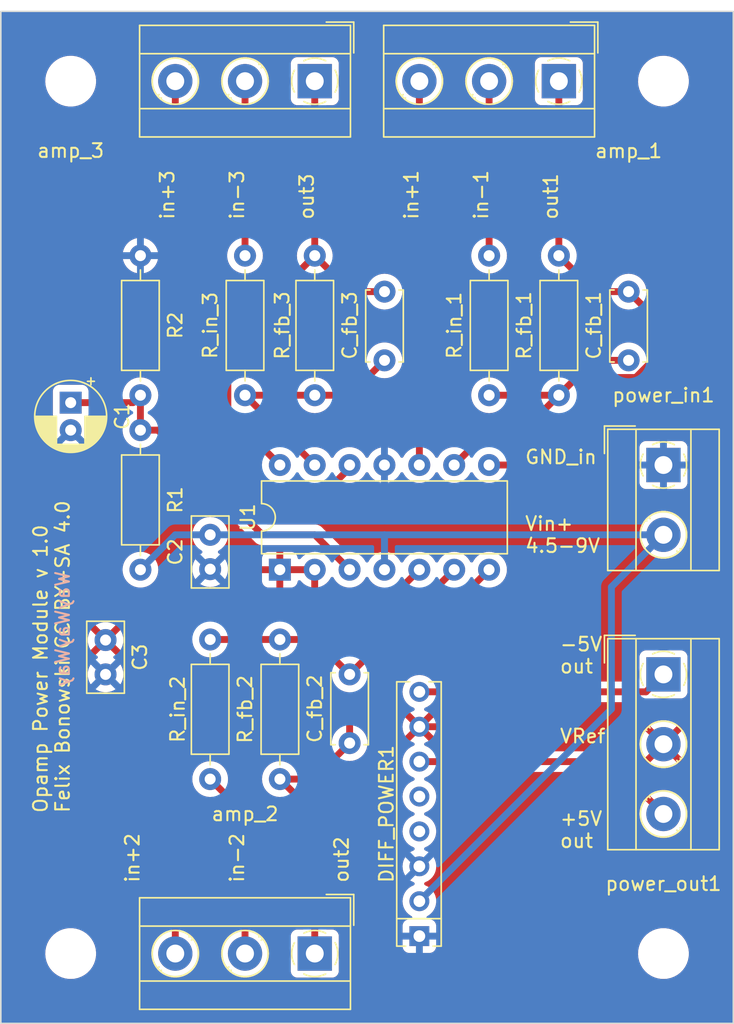
<source format=kicad_pcb>
(kicad_pcb (version 20221018) (generator pcbnew)
  (layers (0 "F.Cu" signal) (31 "B.Cu" signal) (34 "B.Paste" user) (35 "F.Paste" user) (36 "B.SilkS" user "B.Silkscreen") (37 "F.SilkS" user "F.Silkscreen") (38 "B.Mask" user) (39 "F.Mask" user) (44 "Edge.Cuts" user))
  (net 0 "")
  (net 1 "amp1_in-")
  (net 2 "amp1_in+")
  (net 3 "input_power-")
  (net 4 "input_power+")
  (net 5 "Net-(U1B--)")
  (net 6 "Net-(U1D--)")
  (net 7 "Net-(U1C--)")
  (net 9 "Net-(DIFF_POWER1-+Vout)")
  (net 10 "Net-(DIFF_POWER1--Vout)")
  (net 11 "amp2_in+")
  (net 12 "amp2_in-")
  (net 13 "amp3_in+")
  (net 14 "amp3_in-")
  (net 15 "amp_1_out")
  (net 16 "amp_2_out")
  (net 17 "amp_3_out")
  (net 18 "ref_voltage_raw")
  (net 19 "ref_voltage_buffered")
  (footprint "TerminalBlock_MetzConnect:TerminalBlock_MetzConnect_Type101_RT01603HBWC_1x03_P5.08mm_Horizontal" (layer "F.Cu") (at 48.26 48.26 -90)
    (fp_text reference "power_out1" (at 15.24 0 -180) (layer "F.SilkS"))
    (fp_text value "Screw_Terminal_01x03")
    (fp_line (start -2.84 2.06) (end -2.84 4.3) (stroke (width 0.12)) (layer "F.SilkS"))
    (fp_line (start -2.84 4.3) (end -0.84 4.3) (stroke (width 0.12)) (layer "F.SilkS"))
    (fp_line (start -2.6 -4.06) (end -2.6 4.06) (stroke (width 0.12)) (layer "F.SilkS"))
    (fp_line (start -2.6 -4.06) (end 12.76 -4.06) (stroke (width 0.12)) (layer "F.SilkS"))
    (fp_line (start -2.6 -2) (end 12.76 -2) (stroke (width 0.12)) (layer "F.SilkS"))
    (fp_line (start -2.6 2) (end 12.76 2) (stroke (width 0.12)) (layer "F.SilkS"))
    (fp_line (start -2.6 4.06) (end 12.76 4.06) (stroke (width 0.12)) (layer "F.SilkS"))
    (fp_line (start 3.9 0.976) (end 3.806 1.069) (stroke (width 0.12)) (layer "F.SilkS"))
    (fp_line (start 4.07 1.216) (end 4.011 1.274) (stroke (width 0.12)) (layer "F.SilkS"))
    (fp_line (start 6.15 -1.275) (end 6.091 -1.216) (stroke (width 0.12)) (layer "F.SilkS"))
    (fp_line (start 6.355 -1.069) (end 6.261 -0.976) (stroke (width 0.12)) (layer "F.SilkS"))
    (fp_line (start 8.98 0.976) (end 8.886 1.069) (stroke (width 0.12)) (layer "F.SilkS"))
    (fp_line (start 9.15 1.216) (end 9.091 1.274) (stroke (width 0.12)) (layer "F.SilkS"))
    (fp_line (start 11.23 -1.275) (end 11.171 -1.216) (stroke (width 0.12)) (layer "F.SilkS"))
    (fp_line (start 11.435 -1.069) (end 11.341 -0.976) (stroke (width 0.12)) (layer "F.SilkS"))
    (fp_line (start 12.76 -4.06) (end 12.76 4.06) (stroke (width 0.12)) (layer "F.SilkS"))
    (fp_arc (start -1.483953 0.789089) (mid -1.680708 0.00005) (end -1.484 -0.789) (stroke (width 0.12)) (layer "F.SilkS"))
    (fp_arc (start -0.789089 -1.483953) (mid -0.00005 -1.680708) (end 0.789 -1.484) (stroke (width 0.12)) (layer "F.SilkS"))
    (fp_arc (start 0.029383 1.68045) (mid -0.392304 1.634281) (end -0.789 1.484) (stroke (width 0.12)) (layer "F.SilkS"))
    (fp_arc (start 0.788712 1.483352) (mid 0.406429 1.630097) (end 0 1.68) (stroke (width 0.12)) (layer "F.SilkS"))
    (fp_arc (start 1.483953 -0.789089) (mid 1.680708 -0.00005) (end 1.484 0.789) (stroke (width 0.12)) (layer "F.SilkS"))
    (fp_circle (center 5.08 0) (end 6.76 0) (stroke (width 0.12)) (fill none) (layer "F.SilkS"))
    (fp_circle (center 10.16 0) (end 11.84 0) (stroke (width 0.12)) (fill none) (layer "F.SilkS"))
    (pad "1" thru_hole rect (at 0 0 270) (size 2.5 2.5) (drill 1.3) (layers "*.Cu" "*.Mask") (net 10 "Net-(DIFF_POWER1--Vout)"))
    (pad "2" thru_hole circle (at 5.08 0 270) (size 2.5 2.5) (drill 1.3) (layers "*.Cu" "*.Mask") (net 19 "ref_voltage_buffered"))
    (pad "3" thru_hole circle (at 10.16 0 270) (size 2.5 2.5) (drill 1.3) (layers "*.Cu" "*.Mask") (net 9 "Net-(DIFF_POWER1-+Vout)"))
  )
  (footprint "TerminalBlock_MetzConnect:TerminalBlock_MetzConnect_Type101_RT01603HBWC_1x03_P5.08mm_Horizontal" (layer "F.Cu") (at 40.64 5.08 180)
    (fp_text reference "amp_1" (at -5.08 -5.08) (layer "F.SilkS"))
    (fp_text value "Screw_Terminal_01x03")
    (fp_line (start -2.84 2.06) (end -2.84 4.3) (stroke (width 0.12)) (layer "F.SilkS"))
    (fp_line (start -2.84 4.3) (end -0.84 4.3) (stroke (width 0.12)) (layer "F.SilkS"))
    (fp_line (start -2.6 -4.06) (end -2.6 4.06) (stroke (width 0.12)) (layer "F.SilkS"))
    (fp_line (start -2.6 -4.06) (end 12.76 -4.06) (stroke (width 0.12)) (layer "F.SilkS"))
    (fp_line (start -2.6 -2) (end 12.76 -2) (stroke (width 0.12)) (layer "F.SilkS"))
    (fp_line (start -2.6 2) (end 12.76 2) (stroke (width 0.12)) (layer "F.SilkS"))
    (fp_line (start -2.6 4.06) (end 12.76 4.06) (stroke (width 0.12)) (layer "F.SilkS"))
    (fp_line (start 3.9 0.976) (end 3.806 1.069) (stroke (width 0.12)) (layer "F.SilkS"))
    (fp_line (start 4.07 1.216) (end 4.011 1.274) (stroke (width 0.12)) (layer "F.SilkS"))
    (fp_line (start 6.15 -1.275) (end 6.091 -1.216) (stroke (width 0.12)) (layer "F.SilkS"))
    (fp_line (start 6.355 -1.069) (end 6.261 -0.976) (stroke (width 0.12)) (layer "F.SilkS"))
    (fp_line (start 8.98 0.976) (end 8.886 1.069) (stroke (width 0.12)) (layer "F.SilkS"))
    (fp_line (start 9.15 1.216) (end 9.091 1.274) (stroke (width 0.12)) (layer "F.SilkS"))
    (fp_line (start 11.23 -1.275) (end 11.171 -1.216) (stroke (width 0.12)) (layer "F.SilkS"))
    (fp_line (start 11.435 -1.069) (end 11.341 -0.976) (stroke (width 0.12)) (layer "F.SilkS"))
    (fp_line (start 12.76 -4.06) (end 12.76 4.06) (stroke (width 0.12)) (layer "F.SilkS"))
    (fp_arc (start -1.483953 0.789089) (mid -1.680708 0.00005) (end -1.484 -0.789) (stroke (width 0.12)) (layer "F.SilkS"))
    (fp_arc (start -0.789089 -1.483953) (mid -0.00005 -1.680708) (end 0.789 -1.484) (stroke (width 0.12)) (layer "F.SilkS"))
    (fp_arc (start 0.029383 1.68045) (mid -0.392304 1.634281) (end -0.789 1.484) (stroke (width 0.12)) (layer "F.SilkS"))
    (fp_arc (start 0.788712 1.483352) (mid 0.406429 1.630097) (end 0 1.68) (stroke (width 0.12)) (layer "F.SilkS"))
    (fp_arc (start 1.483953 -0.789089) (mid 1.680708 -0.00005) (end 1.484 0.789) (stroke (width 0.12)) (layer "F.SilkS"))
    (fp_circle (center 5.08 0) (end 6.76 0) (stroke (width 0.12)) (fill none) (layer "F.SilkS"))
    (fp_circle (center 10.16 0) (end 11.84 0) (stroke (width 0.12)) (fill none) (layer "F.SilkS"))
    (pad "1" thru_hole rect (at 0 0 180) (size 2.5 2.5) (drill 1.3) (layers "*.Cu" "*.Mask") (net 15 "amp_1_out"))
    (pad "2" thru_hole circle (at 5.08 0 180) (size 2.5 2.5) (drill 1.3) (layers "*.Cu" "*.Mask") (net 1 "amp1_in-"))
    (pad "3" thru_hole circle (at 10.16 0 180) (size 2.5 2.5) (drill 1.3) (layers "*.Cu" "*.Mask") (net 2 "amp1_in+"))
  )
  (footprint "Package_SIP:SIP-8_19x3mm_P2.54mm" (layer "F.Cu") (at 30.48 67.31 90)
    (fp_text reference "DIFF_POWER1" (at 8.89 -2.4 90) (layer "F.SilkS"))
    (fp_text value "DPAN02E")
    (fp_line (start -0.73 -1.65) (end -0.73 -1) (stroke (width 0.12)) (layer "F.SilkS"))
    (fp_line (start -0.73 1.59) (end -0.73 1) (stroke (width 0.12)) (layer "F.SilkS"))
    (fp_line (start 1.27 1.59) (end 1.27 -1.65) (stroke (width 0.12)) (layer "F.SilkS"))
    (fp_line (start 18.51 -1.65) (end -0.73 -1.65) (stroke (width 0.12)) (layer "F.SilkS"))
    (fp_line (start 18.51 -1.65) (end 18.51 -0.7) (stroke (width 0.12)) (layer "F.SilkS"))
    (fp_line (start 18.51 1.59) (end -0.73 1.59) (stroke (width 0.12)) (layer "F.SilkS"))
    (fp_line (start 18.51 1.59) (end 18.51 0.7) (stroke (width 0.12)) (layer "F.SilkS"))
    (pad "1" thru_hole rect (at 0 0 180) (size 1.45 1.45) (drill 0.85) (layers "*.Cu" "*.Mask") (net 3 "input_power-"))
    (pad "2" thru_hole circle (at 2.54 0 180) (size 1.45 1.45) (drill 0.85) (layers "*.Cu" "*.Mask") (net 4 "input_power+"))
    (pad "3" thru_hole circle (at 5.08 0 180) (size 1.45 1.45) (drill 0.85) (layers "*.Cu" "*.Mask") (net 3 "input_power-"))
    (pad "4" thru_hole circle (at 7.62 0 180) (size 1.45 1.45) (drill 0.85) (layers "*.Cu" "*.Mask"))
    (pad "5" thru_hole circle (at 10.16 0 180) (size 1.45 1.45) (drill 0.85) (layers "*.Cu" "*.Mask"))
    (pad "6" thru_hole circle (at 12.7 0 180) (size 1.45 1.45) (drill 0.85) (layers "*.Cu" "*.Mask") (net 9 "Net-(DIFF_POWER1-+Vout)"))
    (pad "7" thru_hole circle (at 15.24 0 180) (size 1.45 1.45) (drill 0.85) (layers "*.Cu" "*.Mask") (net 19 "ref_voltage_buffered"))
    (pad "8" thru_hole circle (at 17.78 0 180) (size 1.45 1.45) (drill 0.85) (layers "*.Cu" "*.Mask") (net 10 "Net-(DIFF_POWER1--Vout)"))
  )
  (footprint "Resistor_THT:R_Axial_DIN0207_L6.3mm_D2.5mm_P10.16mm_Horizontal" (layer "F.Cu") (at 35.56 17.78 -90)
    (fp_text reference "R_in_1" (at 5.08 2.54 90) (layer "F.SilkS"))
    (fp_text value "10k")
    (fp_line (start 1.04 0) (end 1.81 0) (stroke (width 0.12)) (layer "F.SilkS"))
    (fp_line (start 1.81 -1.37) (end 1.81 1.37) (stroke (width 0.12)) (layer "F.SilkS"))
    (fp_line (start 1.81 1.37) (end 8.35 1.37) (stroke (width 0.12)) (layer "F.SilkS"))
    (fp_line (start 8.35 -1.37) (end 1.81 -1.37) (stroke (width 0.12)) (layer "F.SilkS"))
    (fp_line (start 8.35 1.37) (end 8.35 -1.37) (stroke (width 0.12)) (layer "F.SilkS"))
    (fp_line (start 9.12 0) (end 8.35 0) (stroke (width 0.12)) (layer "F.SilkS"))
    (pad "1" thru_hole circle (at 0 0 270) (size 1.6 1.6) (drill 0.8) (layers "*.Cu" "*.Mask") (net 1 "amp1_in-"))
    (pad "2" thru_hole oval (at 10.16 0 270) (size 1.6 1.6) (drill 0.8) (layers "*.Cu" "*.Mask") (net 7 "Net-(U1C--)"))
  )
  (footprint "Resistor_THT:R_Axial_DIN0207_L6.3mm_D2.5mm_P10.16mm_Horizontal" (layer "F.Cu") (at 20.32 45.72 -90)
    (fp_text reference "R_fb_2" (at 5.08 2.54 90) (layer "F.SilkS"))
    (fp_text value "10k")
    (fp_line (start 1.04 0) (end 1.81 0) (stroke (width 0.12)) (layer "F.SilkS"))
    (fp_line (start 1.81 -1.37) (end 1.81 1.37) (stroke (width 0.12)) (layer "F.SilkS"))
    (fp_line (start 1.81 1.37) (end 8.35 1.37) (stroke (width 0.12)) (layer "F.SilkS"))
    (fp_line (start 8.35 -1.37) (end 1.81 -1.37) (stroke (width 0.12)) (layer "F.SilkS"))
    (fp_line (start 8.35 1.37) (end 8.35 -1.37) (stroke (width 0.12)) (layer "F.SilkS"))
    (fp_line (start 9.12 0) (end 8.35 0) (stroke (width 0.12)) (layer "F.SilkS"))
    (pad "1" thru_hole circle (at 0 0 270) (size 1.6 1.6) (drill 0.8) (layers "*.Cu" "*.Mask") (net 5 "Net-(U1B--)"))
    (pad "2" thru_hole oval (at 10.16 0 270) (size 1.6 1.6) (drill 0.8) (layers "*.Cu" "*.Mask") (net 16 "amp_2_out"))
  )
  (footprint "Resistor_THT:R_Axial_DIN0207_L6.3mm_D2.5mm_P10.16mm_Horizontal" (layer "F.Cu") (at 22.86 27.94 90)
    (fp_text reference "R_fb_3" (at 5.08 -2.37 90) (layer "F.SilkS"))
    (fp_text value "10k")
    (fp_line (start 1.04 0) (end 1.81 0) (stroke (width 0.12)) (layer "F.SilkS"))
    (fp_line (start 1.81 -1.37) (end 1.81 1.37) (stroke (width 0.12)) (layer "F.SilkS"))
    (fp_line (start 1.81 1.37) (end 8.35 1.37) (stroke (width 0.12)) (layer "F.SilkS"))
    (fp_line (start 8.35 -1.37) (end 1.81 -1.37) (stroke (width 0.12)) (layer "F.SilkS"))
    (fp_line (start 8.35 1.37) (end 8.35 -1.37) (stroke (width 0.12)) (layer "F.SilkS"))
    (fp_line (start 9.12 0) (end 8.35 0) (stroke (width 0.12)) (layer "F.SilkS"))
    (pad "1" thru_hole circle (at 0 0 90) (size 1.6 1.6) (drill 0.8) (layers "*.Cu" "*.Mask") (net 6 "Net-(U1D--)"))
    (pad "2" thru_hole oval (at 10.16 0 90) (size 1.6 1.6) (drill 0.8) (layers "*.Cu" "*.Mask") (net 17 "amp_3_out"))
  )
  (footprint "Resistor_THT:R_Axial_DIN0207_L6.3mm_D2.5mm_P10.16mm_Horizontal" (layer "F.Cu") (at 40.64 27.94 90)
    (fp_text reference "R_fb_1" (at 5.08 -2.54 90) (layer "F.SilkS"))
    (fp_text value "10k")
    (fp_line (start 1.04 0) (end 1.81 0) (stroke (width 0.12)) (layer "F.SilkS"))
    (fp_line (start 1.81 -1.37) (end 1.81 1.37) (stroke (width 0.12)) (layer "F.SilkS"))
    (fp_line (start 1.81 1.37) (end 8.35 1.37) (stroke (width 0.12)) (layer "F.SilkS"))
    (fp_line (start 8.35 -1.37) (end 1.81 -1.37) (stroke (width 0.12)) (layer "F.SilkS"))
    (fp_line (start 8.35 1.37) (end 8.35 -1.37) (stroke (width 0.12)) (layer "F.SilkS"))
    (fp_line (start 9.12 0) (end 8.35 0) (stroke (width 0.12)) (layer "F.SilkS"))
    (pad "1" thru_hole circle (at 0 0 90) (size 1.6 1.6) (drill 0.8) (layers "*.Cu" "*.Mask") (net 7 "Net-(U1C--)"))
    (pad "2" thru_hole oval (at 10.16 0 90) (size 1.6 1.6) (drill 0.8) (layers "*.Cu" "*.Mask") (net 15 "amp_1_out"))
  )
  (footprint "TerminalBlock_MetzConnect:TerminalBlock_MetzConnect_Type101_RT01602HBWC_1x02_P5.08mm_Horizontal" (layer "F.Cu") (at 48.26 33.02 -90)
    (fp_text reference "power_in1" (at -5.08 0 -180) (layer "F.SilkS"))
    (fp_text value "Screw_Terminal_01x02")
    (fp_line (start -2.84 2.06) (end -2.84 4.3) (stroke (width 0.12)) (layer "F.SilkS"))
    (fp_line (start -2.84 4.3) (end -0.84 4.3) (stroke (width 0.12)) (layer "F.SilkS"))
    (fp_line (start -2.6 -4.06) (end -2.6 4.06) (stroke (width 0.12)) (layer "F.SilkS"))
    (fp_line (start -2.6 -4.06) (end 7.68 -4.06) (stroke (width 0.12)) (layer "F.SilkS"))
    (fp_line (start -2.6 -2) (end 7.68 -2) (stroke (width 0.12)) (layer "F.SilkS"))
    (fp_line (start -2.6 2) (end 7.68 2) (stroke (width 0.12)) (layer "F.SilkS"))
    (fp_line (start -2.6 4.06) (end 7.68 4.06) (stroke (width 0.12)) (layer "F.SilkS"))
    (fp_line (start 3.9 0.976) (end 3.806 1.069) (stroke (width 0.12)) (layer "F.SilkS"))
    (fp_line (start 4.07 1.216) (end 4.011 1.274) (stroke (width 0.12)) (layer "F.SilkS"))
    (fp_line (start 6.15 -1.275) (end 6.091 -1.216) (stroke (width 0.12)) (layer "F.SilkS"))
    (fp_line (start 6.355 -1.069) (end 6.261 -0.976) (stroke (width 0.12)) (layer "F.SilkS"))
    (fp_line (start 7.68 -4.06) (end 7.68 4.06) (stroke (width 0.12)) (layer "F.SilkS"))
    (fp_arc (start -1.483953 0.789089) (mid -1.680708 0.00005) (end -1.484 -0.789) (stroke (width 0.12)) (layer "F.SilkS"))
    (fp_arc (start -0.789089 -1.483953) (mid -0.00005 -1.680708) (end 0.789 -1.484) (stroke (width 0.12)) (layer "F.SilkS"))
    (fp_arc (start 0.029383 1.68045) (mid -0.392304 1.634281) (end -0.789 1.484) (stroke (width 0.12)) (layer "F.SilkS"))
    (fp_arc (start 0.788712 1.483352) (mid 0.406429 1.630097) (end 0 1.68) (stroke (width 0.12)) (layer "F.SilkS"))
    (fp_arc (start 1.483953 -0.789089) (mid 1.680708 -0.00005) (end 1.484 0.789) (stroke (width 0.12)) (layer "F.SilkS"))
    (fp_circle (center 5.08 0) (end 6.76 0) (stroke (width 0.12)) (fill none) (layer "F.SilkS"))
    (pad "1" thru_hole rect (at 0 0 270) (size 2.5 2.5) (drill 1.3) (layers "*.Cu" "*.Mask") (net 3 "input_power-"))
    (pad "2" thru_hole circle (at 5.08 0 270) (size 2.5 2.5) (drill 1.3) (layers "*.Cu" "*.Mask") (net 4 "input_power+"))
  )
  (footprint "Capacitor_THT:CP_Radial_D5.0mm_P2.00mm" (layer "F.Cu") (at 5.08 28.48 -90)
    (fp_text reference "C1" (at 1 -3.75 90) (layer "F.SilkS"))
    (fp_text value "33µ")
    (fp_line (start -1.804775 -1.475) (end -1.304775 -1.475) (stroke (width 0.12)) (layer "F.SilkS"))
    (fp_line (start -1.554775 -1.725) (end -1.554775 -1.225) (stroke (width 0.12)) (layer "F.SilkS"))
    (fp_line (start 1 -2.58) (end 1 -1.04) (stroke (width 0.12)) (layer "F.SilkS"))
    (fp_line (start 1 1.04) (end 1 2.58) (stroke (width 0.12)) (layer "F.SilkS"))
    (fp_line (start 1.04 -2.58) (end 1.04 -1.04) (stroke (width 0.12)) (layer "F.SilkS"))
    (fp_line (start 1.04 1.04) (end 1.04 2.58) (stroke (width 0.12)) (layer "F.SilkS"))
    (fp_line (start 1.08 -2.579) (end 1.08 -1.04) (stroke (width 0.12)) (layer "F.SilkS"))
    (fp_line (start 1.08 1.04) (end 1.08 2.579) (stroke (width 0.12)) (layer "F.SilkS"))
    (fp_line (start 1.12 -2.578) (end 1.12 -1.04) (stroke (width 0.12)) (layer "F.SilkS"))
    (fp_line (start 1.12 1.04) (end 1.12 2.578) (stroke (width 0.12)) (layer "F.SilkS"))
    (fp_line (start 1.16 -2.576) (end 1.16 -1.04) (stroke (width 0.12)) (layer "F.SilkS"))
    (fp_line (start 1.16 1.04) (end 1.16 2.576) (stroke (width 0.12)) (layer "F.SilkS"))
    (fp_line (start 1.2 -2.573) (end 1.2 -1.04) (stroke (width 0.12)) (layer "F.SilkS"))
    (fp_line (start 1.2 1.04) (end 1.2 2.573) (stroke (width 0.12)) (layer "F.SilkS"))
    (fp_line (start 1.24 -2.569) (end 1.24 -1.04) (stroke (width 0.12)) (layer "F.SilkS"))
    (fp_line (start 1.24 1.04) (end 1.24 2.569) (stroke (width 0.12)) (layer "F.SilkS"))
    (fp_line (start 1.28 -2.565) (end 1.28 -1.04) (stroke (width 0.12)) (layer "F.SilkS"))
    (fp_line (start 1.28 1.04) (end 1.28 2.565) (stroke (width 0.12)) (layer "F.SilkS"))
    (fp_line (start 1.32 -2.561) (end 1.32 -1.04) (stroke (width 0.12)) (layer "F.SilkS"))
    (fp_line (start 1.32 1.04) (end 1.32 2.561) (stroke (width 0.12)) (layer "F.SilkS"))
    (fp_line (start 1.36 -2.556) (end 1.36 -1.04) (stroke (width 0.12)) (layer "F.SilkS"))
    (fp_line (start 1.36 1.04) (end 1.36 2.556) (stroke (width 0.12)) (layer "F.SilkS"))
    (fp_line (start 1.4 -2.55) (end 1.4 -1.04) (stroke (width 0.12)) (layer "F.SilkS"))
    (fp_line (start 1.4 1.04) (end 1.4 2.55) (stroke (width 0.12)) (layer "F.SilkS"))
    (fp_line (start 1.44 -2.543) (end 1.44 -1.04) (stroke (width 0.12)) (layer "F.SilkS"))
    (fp_line (start 1.44 1.04) (end 1.44 2.543) (stroke (width 0.12)) (layer "F.SilkS"))
    (fp_line (start 1.48 -2.536) (end 1.48 -1.04) (stroke (width 0.12)) (layer "F.SilkS"))
    (fp_line (start 1.48 1.04) (end 1.48 2.536) (stroke (width 0.12)) (layer "F.SilkS"))
    (fp_line (start 1.52 -2.528) (end 1.52 -1.04) (stroke (width 0.12)) (layer "F.SilkS"))
    (fp_line (start 1.52 1.04) (end 1.52 2.528) (stroke (width 0.12)) (layer "F.SilkS"))
    (fp_line (start 1.56 -2.52) (end 1.56 -1.04) (stroke (width 0.12)) (layer "F.SilkS"))
    (fp_line (start 1.56 1.04) (end 1.56 2.52) (stroke (width 0.12)) (layer "F.SilkS"))
    (fp_line (start 1.6 -2.511) (end 1.6 -1.04) (stroke (width 0.12)) (layer "F.SilkS"))
    (fp_line (start 1.6 1.04) (end 1.6 2.511) (stroke (width 0.12)) (layer "F.SilkS"))
    (fp_line (start 1.64 -2.501) (end 1.64 -1.04) (stroke (width 0.12)) (layer "F.SilkS"))
    (fp_line (start 1.64 1.04) (end 1.64 2.501) (stroke (width 0.12)) (layer "F.SilkS"))
    (fp_line (start 1.68 -2.491) (end 1.68 -1.04) (stroke (width 0.12)) (layer "F.SilkS"))
    (fp_line (start 1.68 1.04) (end 1.68 2.491) (stroke (width 0.12)) (layer "F.SilkS"))
    (fp_line (start 1.721 -2.48) (end 1.721 -1.04) (stroke (width 0.12)) (layer "F.SilkS"))
    (fp_line (start 1.721 1.04) (end 1.721 2.48) (stroke (width 0.12)) (layer "F.SilkS"))
    (fp_line (start 1.761 -2.468) (end 1.761 -1.04) (stroke (width 0.12)) (layer "F.SilkS"))
    (fp_line (start 1.761 1.04) (end 1.761 2.468) (stroke (width 0.12)) (layer "F.SilkS"))
    (fp_line (start 1.801 -2.455) (end 1.801 -1.04) (stroke (width 0.12)) (layer "F.SilkS"))
    (fp_line (start 1.801 1.04) (end 1.801 2.455) (stroke (width 0.12)) (layer "F.SilkS"))
    (fp_line (start 1.841 -2.442) (end 1.841 -1.04) (stroke (width 0.12)) (layer "F.SilkS"))
    (fp_line (start 1.841 1.04) (end 1.841 2.442) (stroke (width 0.12)) (layer "F.SilkS"))
    (fp_line (start 1.881 -2.428) (end 1.881 -1.04) (stroke (width 0.12)) (layer "F.SilkS"))
    (fp_line (start 1.881 1.04) (end 1.881 2.428) (stroke (width 0.12)) (layer "F.SilkS"))
    (fp_line (start 1.921 -2.414) (end 1.921 -1.04) (stroke (width 0.12)) (layer "F.SilkS"))
    (fp_line (start 1.921 1.04) (end 1.921 2.414) (stroke (width 0.12)) (layer "F.SilkS"))
    (fp_line (start 1.961 -2.398) (end 1.961 -1.04) (stroke (width 0.12)) (layer "F.SilkS"))
    (fp_line (start 1.961 1.04) (end 1.961 2.398) (stroke (width 0.12)) (layer "F.SilkS"))
    (fp_line (start 2.001 -2.382) (end 2.001 -1.04) (stroke (width 0.12)) (layer "F.SilkS"))
    (fp_line (start 2.001 1.04) (end 2.001 2.382) (stroke (width 0.12)) (layer "F.SilkS"))
    (fp_line (start 2.041 -2.365) (end 2.041 -1.04) (stroke (width 0.12)) (layer "F.SilkS"))
    (fp_line (start 2.041 1.04) (end 2.041 2.365) (stroke (width 0.12)) (layer "F.SilkS"))
    (fp_line (start 2.081 -2.348) (end 2.081 -1.04) (stroke (width 0.12)) (layer "F.SilkS"))
    (fp_line (start 2.081 1.04) (end 2.081 2.348) (stroke (width 0.12)) (layer "F.SilkS"))
    (fp_line (start 2.121 -2.329) (end 2.121 -1.04) (stroke (width 0.12)) (layer "F.SilkS"))
    (fp_line (start 2.121 1.04) (end 2.121 2.329) (stroke (width 0.12)) (layer "F.SilkS"))
    (fp_line (start 2.161 -2.31) (end 2.161 -1.04) (stroke (width 0.12)) (layer "F.SilkS"))
    (fp_line (start 2.161 1.04) (end 2.161 2.31) (stroke (width 0.12)) (layer "F.SilkS"))
    (fp_line (start 2.201 -2.29) (end 2.201 -1.04) (stroke (width 0.12)) (layer "F.SilkS"))
    (fp_line (start 2.201 1.04) (end 2.201 2.29) (stroke (width 0.12)) (layer "F.SilkS"))
    (fp_line (start 2.241 -2.268) (end 2.241 -1.04) (stroke (width 0.12)) (layer "F.SilkS"))
    (fp_line (start 2.241 1.04) (end 2.241 2.268) (stroke (width 0.12)) (layer "F.SilkS"))
    (fp_line (start 2.281 -2.247) (end 2.281 -1.04) (stroke (width 0.12)) (layer "F.SilkS"))
    (fp_line (start 2.281 1.04) (end 2.281 2.247) (stroke (width 0.12)) (layer "F.SilkS"))
    (fp_line (start 2.321 -2.224) (end 2.321 -1.04) (stroke (width 0.12)) (layer "F.SilkS"))
    (fp_line (start 2.321 1.04) (end 2.321 2.224) (stroke (width 0.12)) (layer "F.SilkS"))
    (fp_line (start 2.361 -2.2) (end 2.361 -1.04) (stroke (width 0.12)) (layer "F.SilkS"))
    (fp_line (start 2.361 1.04) (end 2.361 2.2) (stroke (width 0.12)) (layer "F.SilkS"))
    (fp_line (start 2.401 -2.175) (end 2.401 -1.04) (stroke (width 0.12)) (layer "F.SilkS"))
    (fp_line (start 2.401 1.04) (end 2.401 2.175) (stroke (width 0.12)) (layer "F.SilkS"))
    (fp_line (start 2.441 -2.149) (end 2.441 -1.04) (stroke (width 0.12)) (layer "F.SilkS"))
    (fp_line (start 2.441 1.04) (end 2.441 2.149) (stroke (width 0.12)) (layer "F.SilkS"))
    (fp_line (start 2.481 -2.122) (end 2.481 -1.04) (stroke (width 0.12)) (layer "F.SilkS"))
    (fp_line (start 2.481 1.04) (end 2.481 2.122) (stroke (width 0.12)) (layer "F.SilkS"))
    (fp_line (start 2.521 -2.095) (end 2.521 -1.04) (stroke (width 0.12)) (layer "F.SilkS"))
    (fp_line (start 2.521 1.04) (end 2.521 2.095) (stroke (width 0.12)) (layer "F.SilkS"))
    (fp_line (start 2.561 -2.065) (end 2.561 -1.04) (stroke (width 0.12)) (layer "F.SilkS"))
    (fp_line (start 2.561 1.04) (end 2.561 2.065) (stroke (width 0.12)) (layer "F.SilkS"))
    (fp_line (start 2.601 -2.035) (end 2.601 -1.04) (stroke (width 0.12)) (layer "F.SilkS"))
    (fp_line (start 2.601 1.04) (end 2.601 2.035) (stroke (width 0.12)) (layer "F.SilkS"))
    (fp_line (start 2.641 -2.004) (end 2.641 -1.04) (stroke (width 0.12)) (layer "F.SilkS"))
    (fp_line (start 2.641 1.04) (end 2.641 2.004) (stroke (width 0.12)) (layer "F.SilkS"))
    (fp_line (start 2.681 -1.971) (end 2.681 -1.04) (stroke (width 0.12)) (layer "F.SilkS"))
    (fp_line (start 2.681 1.04) (end 2.681 1.971) (stroke (width 0.12)) (layer "F.SilkS"))
    (fp_line (start 2.721 -1.937) (end 2.721 -1.04) (stroke (width 0.12)) (layer "F.SilkS"))
    (fp_line (start 2.721 1.04) (end 2.721 1.937) (stroke (width 0.12)) (layer "F.SilkS"))
    (fp_line (start 2.761 -1.901) (end 2.761 -1.04) (stroke (width 0.12)) (layer "F.SilkS"))
    (fp_line (start 2.761 1.04) (end 2.761 1.901) (stroke (width 0.12)) (layer "F.SilkS"))
    (fp_line (start 2.801 -1.864) (end 2.801 -1.04) (stroke (width 0.12)) (layer "F.SilkS"))
    (fp_line (start 2.801 1.04) (end 2.801 1.864) (stroke (width 0.12)) (layer "F.SilkS"))
    (fp_line (start 2.841 -1.826) (end 2.841 -1.04) (stroke (width 0.12)) (layer "F.SilkS"))
    (fp_line (start 2.841 1.04) (end 2.841 1.826) (stroke (width 0.12)) (layer "F.SilkS"))
    (fp_line (start 2.881 -1.785) (end 2.881 -1.04) (stroke (width 0.12)) (layer "F.SilkS"))
    (fp_line (start 2.881 1.04) (end 2.881 1.785) (stroke (width 0.12)) (layer "F.SilkS"))
    (fp_line (start 2.921 -1.743) (end 2.921 -1.04) (stroke (width 0.12)) (layer "F.SilkS"))
    (fp_line (start 2.921 1.04) (end 2.921 1.743) (stroke (width 0.12)) (layer "F.SilkS"))
    (fp_line (start 2.961 -1.699) (end 2.961 -1.04) (stroke (width 0.12)) (layer "F.SilkS"))
    (fp_line (start 2.961 1.04) (end 2.961 1.699) (stroke (width 0.12)) (layer "F.SilkS"))
    (fp_line (start 3.001 -1.653) (end 3.001 -1.04) (stroke (width 0.12)) (layer "F.SilkS"))
    (fp_line (start 3.001 1.04) (end 3.001 1.653) (stroke (width 0.12)) (layer "F.SilkS"))
    (fp_line (start 3.041 -1.605) (end 3.041 1.605) (stroke (width 0.12)) (layer "F.SilkS"))
    (fp_line (start 3.081 -1.554) (end 3.081 1.554) (stroke (width 0.12)) (layer "F.SilkS"))
    (fp_line (start 3.121 -1.5) (end 3.121 1.5) (stroke (width 0.12)) (layer "F.SilkS"))
    (fp_line (start 3.161 -1.443) (end 3.161 1.443) (stroke (width 0.12)) (layer "F.SilkS"))
    (fp_line (start 3.201 -1.383) (end 3.201 1.383) (stroke (width 0.12)) (layer "F.SilkS"))
    (fp_line (start 3.241 -1.319) (end 3.241 1.319) (stroke (width 0.12)) (layer "F.SilkS"))
    (fp_line (start 3.281 -1.251) (end 3.281 1.251) (stroke (width 0.12)) (layer "F.SilkS"))
    (fp_line (start 3.321 -1.178) (end 3.321 1.178) (stroke (width 0.12)) (layer "F.SilkS"))
    (fp_line (start 3.361 -1.098) (end 3.361 1.098) (stroke (width 0.12)) (layer "F.SilkS"))
    (fp_line (start 3.401 -1.011) (end 3.401 1.011) (stroke (width 0.12)) (layer "F.SilkS"))
    (fp_line (start 3.441 -0.915) (end 3.441 0.915) (stroke (width 0.12)) (layer "F.SilkS"))
    (fp_line (start 3.481 -0.805) (end 3.481 0.805) (stroke (width 0.12)) (layer "F.SilkS"))
    (fp_line (start 3.521 -0.677) (end 3.521 0.677) (stroke (width 0.12)) (layer "F.SilkS"))
    (fp_line (start 3.561 -0.518) (end 3.561 0.518) (stroke (width 0.12)) (layer "F.SilkS"))
    (fp_line (start 3.601 -0.284) (end 3.601 0.284) (stroke (width 0.12)) (layer "F.SilkS"))
    (fp_circle (center 1 0) (end 3.62 0) (stroke (width 0.12)) (fill none) (layer "F.SilkS"))
    (pad "1" thru_hole rect (at 0 0 270) (size 1.6 1.6) (drill 0.8) (layers "*.Cu" "*.Mask") (net 18 "ref_voltage_raw"))
    (pad "2" thru_hole circle (at 2 0 270) (size 1.6 1.6) (drill 0.8) (layers "*.Cu" "*.Mask") (net 3 "input_power-"))
  )
  (footprint "Resistor_THT:R_Axial_DIN0207_L6.3mm_D2.5mm_P10.16mm_Horizontal" (layer "F.Cu") (at 17.78 17.78 -90)
    (fp_text reference "R_in_3" (at 5.08 2.54 90) (layer "F.SilkS"))
    (fp_text value "10k")
    (fp_line (start 1.04 0) (end 1.81 0) (stroke (width 0.12)) (layer "F.SilkS"))
    (fp_line (start 1.81 -1.37) (end 1.81 1.37) (stroke (width 0.12)) (layer "F.SilkS"))
    (fp_line (start 1.81 1.37) (end 8.35 1.37) (stroke (width 0.12)) (layer "F.SilkS"))
    (fp_line (start 8.35 -1.37) (end 1.81 -1.37) (stroke (width 0.12)) (layer "F.SilkS"))
    (fp_line (start 8.35 1.37) (end 8.35 -1.37) (stroke (width 0.12)) (layer "F.SilkS"))
    (fp_line (start 9.12 0) (end 8.35 0) (stroke (width 0.12)) (layer "F.SilkS"))
    (pad "1" thru_hole circle (at 0 0 270) (size 1.6 1.6) (drill 0.8) (layers "*.Cu" "*.Mask") (net 14 "amp3_in-"))
    (pad "2" thru_hole oval (at 10.16 0 270) (size 1.6 1.6) (drill 0.8) (layers "*.Cu" "*.Mask") (net 6 "Net-(U1D--)"))
  )
  (footprint "MountingHole:MountingHole_3.2mm_M3_DIN965" (layer "F.Cu") (at 5.08 68.58)
    (fp_text reference "H1" hide)
    (fp_text value "MountingHole")
    (pad "" np_thru_hole circle (at 0 0) (size 3.2 3.2) (drill 3.2) (layers "*.Cu" "*.Mask"))
  )
  (footprint "TerminalBlock_MetzConnect:TerminalBlock_MetzConnect_Type101_RT01603HBWC_1x03_P5.08mm_Horizontal" (layer "F.Cu") (at 22.86 68.58 180)
    (fp_text reference "amp_2" (at 5.08 10.16) (layer "F.SilkS"))
    (fp_text value "Screw_Terminal_01x03")
    (fp_line (start -2.84 2.06) (end -2.84 4.3) (stroke (width 0.12)) (layer "F.SilkS"))
    (fp_line (start -2.84 4.3) (end -0.84 4.3) (stroke (width 0.12)) (layer "F.SilkS"))
    (fp_line (start -2.6 -4.06) (end -2.6 4.06) (stroke (width 0.12)) (layer "F.SilkS"))
    (fp_line (start -2.6 -4.06) (end 12.76 -4.06) (stroke (width 0.12)) (layer "F.SilkS"))
    (fp_line (start -2.6 -2) (end 12.76 -2) (stroke (width 0.12)) (layer "F.SilkS"))
    (fp_line (start -2.6 2) (end 12.76 2) (stroke (width 0.12)) (layer "F.SilkS"))
    (fp_line (start -2.6 4.06) (end 12.76 4.06) (stroke (width 0.12)) (layer "F.SilkS"))
    (fp_line (start 3.9 0.976) (end 3.806 1.069) (stroke (width 0.12)) (layer "F.SilkS"))
    (fp_line (start 4.07 1.216) (end 4.011 1.274) (stroke (width 0.12)) (layer "F.SilkS"))
    (fp_line (start 6.15 -1.275) (end 6.091 -1.216) (stroke (width 0.12)) (layer "F.SilkS"))
    (fp_line (start 6.355 -1.069) (end 6.261 -0.976) (stroke (width 0.12)) (layer "F.SilkS"))
    (fp_line (start 8.98 0.976) (end 8.886 1.069) (stroke (width 0.12)) (layer "F.SilkS"))
    (fp_line (start 9.15 1.216) (end 9.091 1.274) (stroke (width 0.12)) (layer "F.SilkS"))
    (fp_line (start 11.23 -1.275) (end 11.171 -1.216) (stroke (width 0.12)) (layer "F.SilkS"))
    (fp_line (start 11.435 -1.069) (end 11.341 -0.976) (stroke (width 0.12)) (layer "F.SilkS"))
    (fp_line (start 12.76 -4.06) (end 12.76 4.06) (stroke (width 0.12)) (layer "F.SilkS"))
    (fp_arc (start -1.483953 0.789089) (mid -1.680708 0.00005) (end -1.484 -0.789) (stroke (width 0.12)) (layer "F.SilkS"))
    (fp_arc (start -0.789089 -1.483953) (mid -0.00005 -1.680708) (end 0.789 -1.484) (stroke (width 0.12)) (layer "F.SilkS"))
    (fp_arc (start 0.029383 1.68045) (mid -0.392304 1.634281) (end -0.789 1.484) (stroke (width 0.12)) (layer "F.SilkS"))
    (fp_arc (start 0.788712 1.483352) (mid 0.406429 1.630097) (end 0 1.68) (stroke (width 0.12)) (layer "F.SilkS"))
    (fp_arc (start 1.483953 -0.789089) (mid 1.680708 -0.00005) (end 1.484 0.789) (stroke (width 0.12)) (layer "F.SilkS"))
    (fp_circle (center 5.08 0) (end 6.76 0) (stroke (width 0.12)) (fill none) (layer "F.SilkS"))
    (fp_circle (center 10.16 0) (end 11.84 0) (stroke (width 0.12)) (fill none) (layer "F.SilkS"))
    (pad "1" thru_hole rect (at 0 0 180) (size 2.5 2.5) (drill 1.3) (layers "*.Cu" "*.Mask") (net 16 "amp_2_out"))
    (pad "2" thru_hole circle (at 5.08 0 180) (size 2.5 2.5) (drill 1.3) (layers "*.Cu" "*.Mask") (net 12 "amp2_in-"))
    (pad "3" thru_hole circle (at 10.16 0 180) (size 2.5 2.5) (drill 1.3) (layers "*.Cu" "*.Mask") (net 11 "amp2_in+"))
  )
  (footprint "Package_DIP:DIP-14_W7.62mm" (layer "F.Cu") (at 20.315 40.64 90)
    (fp_text reference "U1" (at 3.81 -2.33 90) (layer "F.SilkS"))
    (fp_text value "TS974IP")
    (fp_line (start 1.16 -1.33) (end 1.16 16.57) (stroke (width 0.12)) (layer "F.SilkS"))
    (fp_line (start 1.16 16.57) (end 6.46 16.57) (stroke (width 0.12)) (layer "F.SilkS"))
    (fp_line (start 2.81 -1.33) (end 1.16 -1.33) (stroke (width 0.12)) (layer "F.SilkS"))
    (fp_line (start 6.46 -1.33) (end 4.81 -1.33) (stroke (width 0.12)) (layer "F.SilkS"))
    (fp_line (start 6.46 16.57) (end 6.46 -1.33) (stroke (width 0.12)) (layer "F.SilkS"))
    (fp_arc (start 4.81 -1.33) (mid 3.81 -0.33) (end 2.81 -1.33) (stroke (width 0.12)) (layer "F.SilkS"))
    (pad "1" thru_hole rect (at 0 0 90) (size 1.6 1.6) (drill 0.8) (layers "*.Cu" "*.Mask") (net 19 "ref_voltage_buffered"))
    (pad "2" thru_hole oval (at 0 2.54 90) (size 1.6 1.6) (drill 0.8) (layers "*.Cu" "*.Mask") (net 19 "ref_voltage_buffered"))
    (pad "3" thru_hole oval (at 0 5.08 90) (size 1.6 1.6) (drill 0.8) (layers "*.Cu" "*.Mask") (net 18 "ref_voltage_raw"))
    (pad "4" thru_hole oval (at 0 7.62 90) (size 1.6 1.6) (drill 0.8) (layers "*.Cu" "*.Mask") (net 4 "input_power+"))
    (pad "5" thru_hole oval (at 0 10.16 90) (size 1.6 1.6) (drill 0.8) (layers "*.Cu" "*.Mask") (net 11 "amp2_in+"))
    (pad "6" thru_hole oval (at 0 12.7 90) (size 1.6 1.6) (drill 0.8) (layers "*.Cu" "*.Mask") (net 5 "Net-(U1B--)"))
    (pad "7" thru_hole oval (at 0 15.24 90) (size 1.6 1.6) (drill 0.8) (layers "*.Cu" "*.Mask") (net 16 "amp_2_out"))
    (pad "8" thru_hole oval (at 7.62 15.24 90) (size 1.6 1.6) (drill 0.8) (layers "*.Cu" "*.Mask") (net 15 "amp_1_out"))
    (pad "9" thru_hole oval (at 7.62 12.7 90) (size 1.6 1.6) (drill 0.8) (layers "*.Cu" "*.Mask") (net 7 "Net-(U1C--)"))
    (pad "10" thru_hole oval (at 7.62 10.16 90) (size 1.6 1.6) (drill 0.8) (layers "*.Cu" "*.Mask") (net 2 "amp1_in+"))
    (pad "11" thru_hole oval (at 7.62 7.62 90) (size 1.6 1.6) (drill 0.8) (layers "*.Cu" "*.Mask") (net 3 "input_power-"))
    (pad "12" thru_hole oval (at 7.62 5.08 90) (size 1.6 1.6) (drill 0.8) (layers "*.Cu" "*.Mask") (net 13 "amp3_in+"))
    (pad "13" thru_hole oval (at 7.62 2.54 90) (size 1.6 1.6) (drill 0.8) (layers "*.Cu" "*.Mask") (net 6 "Net-(U1D--)"))
    (pad "14" thru_hole oval (at 7.62 0 90) (size 1.6 1.6) (drill 0.8) (layers "*.Cu" "*.Mask") (net 17 "amp_3_out"))
  )
  (footprint "Resistor_THT:R_Axial_DIN0207_L6.3mm_D2.5mm_P10.16mm_Horizontal" (layer "F.Cu") (at 10.16 27.94 90)
    (fp_text reference "R2" (at 5.08 2.54 90) (layer "F.SilkS"))
    (fp_text value "10k")
    (fp_line (start 1.04 0) (end 1.81 0) (stroke (width 0.12)) (layer "F.SilkS"))
    (fp_line (start 1.81 -1.37) (end 1.81 1.37) (stroke (width 0.12)) (layer "F.SilkS"))
    (fp_line (start 1.81 1.37) (end 8.35 1.37) (stroke (width 0.12)) (layer "F.SilkS"))
    (fp_line (start 8.35 -1.37) (end 1.81 -1.37) (stroke (width 0.12)) (layer "F.SilkS"))
    (fp_line (start 8.35 1.37) (end 8.35 -1.37) (stroke (width 0.12)) (layer "F.SilkS"))
    (fp_line (start 9.12 0) (end 8.35 0) (stroke (width 0.12)) (layer "F.SilkS"))
    (pad "1" thru_hole circle (at 0 0 90) (size 1.6 1.6) (drill 0.8) (layers "*.Cu" "*.Mask") (net 18 "ref_voltage_raw"))
    (pad "2" thru_hole oval (at 10.16 0 90) (size 1.6 1.6) (drill 0.8) (layers "*.Cu" "*.Mask") (net 3 "input_power-"))
  )
  (footprint "Capacitor_THT:C_Disc_D5.0mm_W2.5mm_P5.00mm" (layer "F.Cu") (at 45.72 25.4 90)
    (fp_text reference "C_fb_1" (at 2.54 -2.54 90) (layer "F.SilkS"))
    (fp_text value "100p")
    (fp_line (start -0.12 -1.37) (end -0.12 -1.055) (stroke (width 0.12)) (layer "F.SilkS"))
    (fp_line (start -0.12 -1.37) (end 5.12 -1.37) (stroke (width 0.12)) (layer "F.SilkS"))
    (fp_line (start -0.12 1.055) (end -0.12 1.37) (stroke (width 0.12)) (layer "F.SilkS"))
    (fp_line (start -0.12 1.37) (end 5.12 1.37) (stroke (width 0.12)) (layer "F.SilkS"))
    (fp_line (start 5.12 -1.37) (end 5.12 -1.055) (stroke (width 0.12)) (layer "F.SilkS"))
    (fp_line (start 5.12 1.055) (end 5.12 1.37) (stroke (width 0.12)) (layer "F.SilkS"))
    (pad "1" thru_hole circle (at 0 0 90) (size 1.6 1.6) (drill 0.8) (layers "*.Cu" "*.Mask") (net 7 "Net-(U1C--)"))
    (pad "2" thru_hole circle (at 5 0 90) (size 1.6 1.6) (drill 0.8) (layers "*.Cu" "*.Mask") (net 15 "amp_1_out"))
  )
  (footprint "MountingHole:MountingHole_3.2mm_M3_DIN965" (layer "F.Cu") (at 48.26 5.08)
    (fp_text reference "H3" hide)
    (fp_text value "MountingHole")
    (pad "" np_thru_hole circle (at 0 0) (size 3.2 3.2) (drill 3.2) (layers "*.Cu" "*.Mask"))
  )
  (footprint "Resistor_THT:R_Axial_DIN0207_L6.3mm_D2.5mm_P10.16mm_Horizontal" (layer "F.Cu") (at 15.24 55.88 90)
    (fp_text reference "R_in_2" (at 5.08 -2.37 90) (layer "F.SilkS"))
    (fp_text value "10k")
    (fp_line (start 1.04 0) (end 1.81 0) (stroke (width 0.12)) (layer "F.SilkS"))
    (fp_line (start 1.81 -1.37) (end 1.81 1.37) (stroke (width 0.12)) (layer "F.SilkS"))
    (fp_line (start 1.81 1.37) (end 8.35 1.37) (stroke (width 0.12)) (layer "F.SilkS"))
    (fp_line (start 8.35 -1.37) (end 1.81 -1.37) (stroke (width 0.12)) (layer "F.SilkS"))
    (fp_line (start 8.35 1.37) (end 8.35 -1.37) (stroke (width 0.12)) (layer "F.SilkS"))
    (fp_line (start 9.12 0) (end 8.35 0) (stroke (width 0.12)) (layer "F.SilkS"))
    (pad "1" thru_hole circle (at 0 0 90) (size 1.6 1.6) (drill 0.8) (layers "*.Cu" "*.Mask") (net 12 "amp2_in-"))
    (pad "2" thru_hole oval (at 10.16 0 90) (size 1.6 1.6) (drill 0.8) (layers "*.Cu" "*.Mask") (net 5 "Net-(U1B--)"))
  )
  (footprint "Capacitor_THT:C_Disc_D5.0mm_W2.5mm_P5.00mm" (layer "F.Cu") (at 25.4 48.26 -90)
    (fp_text reference "C_fb_2" (at 2.5 2.54 90) (layer "F.SilkS"))
    (fp_text value "100p")
    (fp_line (start -0.12 -1.37) (end -0.12 -1.055) (stroke (width 0.12)) (layer "F.SilkS"))
    (fp_line (start -0.12 -1.37) (end 5.12 -1.37) (stroke (width 0.12)) (layer "F.SilkS"))
    (fp_line (start -0.12 1.055) (end -0.12 1.37) (stroke (width 0.12)) (layer "F.SilkS"))
    (fp_line (start -0.12 1.37) (end 5.12 1.37) (stroke (width 0.12)) (layer "F.SilkS"))
    (fp_line (start 5.12 -1.37) (end 5.12 -1.055) (stroke (width 0.12)) (layer "F.SilkS"))
    (fp_line (start 5.12 1.055) (end 5.12 1.37) (stroke (width 0.12)) (layer "F.SilkS"))
    (pad "1" thru_hole circle (at 0 0 270) (size 1.6 1.6) (drill 0.8) (layers "*.Cu" "*.Mask") (net 5 "Net-(U1B--)"))
    (pad "2" thru_hole circle (at 5 0 270) (size 1.6 1.6) (drill 0.8) (layers "*.Cu" "*.Mask") (net 16 "amp_2_out"))
  )
  (footprint "Resistor_THT:R_Axial_DIN0207_L6.3mm_D2.5mm_P10.16mm_Horizontal" (layer "F.Cu") (at 10.16 40.64 90)
    (fp_text reference "R1" (at 5.08 2.54 90) (layer "F.SilkS"))
    (fp_text value "10k")
    (fp_line (start 1.04 0) (end 1.81 0) (stroke (width 0.12)) (layer "F.SilkS"))
    (fp_line (start 1.81 -1.37) (end 1.81 1.37) (stroke (width 0.12)) (layer "F.SilkS"))
    (fp_line (start 1.81 1.37) (end 8.35 1.37) (stroke (width 0.12)) (layer "F.SilkS"))
    (fp_line (start 8.35 -1.37) (end 1.81 -1.37) (stroke (width 0.12)) (layer "F.SilkS"))
    (fp_line (start 8.35 1.37) (end 8.35 -1.37) (stroke (width 0.12)) (layer "F.SilkS"))
    (fp_line (start 9.12 0) (end 8.35 0) (stroke (width 0.12)) (layer "F.SilkS"))
    (pad "1" thru_hole circle (at 0 0 90) (size 1.6 1.6) (drill 0.8) (layers "*.Cu" "*.Mask") (net 4 "input_power+"))
    (pad "2" thru_hole oval (at 10.16 0 90) (size 1.6 1.6) (drill 0.8) (layers "*.Cu" "*.Mask") (net 18 "ref_voltage_raw"))
  )
  (footprint "MountingHole:MountingHole_3.2mm_M3_DIN965" (layer "F.Cu") (at 5.08 5.08)
    (fp_text reference "H4" hide)
    (fp_text value "MountingHole")
    (pad "" np_thru_hole circle (at 0 0) (size 3.2 3.2) (drill 3.2) (layers "*.Cu" "*.Mask"))
  )
  (footprint "Capacitor_THT:C_Disc_D5.0mm_W2.5mm_P2.50mm" (layer "F.Cu") (at 15.24 38.1 -90)
    (fp_text reference "C2" (at 1.25 2.54 90) (layer "F.SilkS"))
    (fp_text value "100n")
    (fp_line (start -1.37 -1.37) (end -1.37 1.37) (stroke (width 0.12)) (layer "F.SilkS"))
    (fp_line (start -1.37 -1.37) (end 3.87 -1.37) (stroke (width 0.12)) (layer "F.SilkS"))
    (fp_line (start -1.37 1.37) (end 3.87 1.37) (stroke (width 0.12)) (layer "F.SilkS"))
    (fp_line (start 3.87 -1.37) (end 3.87 1.37) (stroke (width 0.12)) (layer "F.SilkS"))
    (pad "1" thru_hole circle (at 0 0 270) (size 1.6 1.6) (drill 0.8) (layers "*.Cu" "*.Mask") (net 4 "input_power+"))
    (pad "2" thru_hole circle (at 2.5 0 270) (size 1.6 1.6) (drill 0.8) (layers "*.Cu" "*.Mask") (net 3 "input_power-"))
  )
  (footprint "TerminalBlock_MetzConnect:TerminalBlock_MetzConnect_Type101_RT01603HBWC_1x03_P5.08mm_Horizontal" (layer "F.Cu") (at 22.86 5.08 180)
    (fp_text reference "amp_3" (at 17.78 -5.06) (layer "F.SilkS"))
    (fp_text value "Screw_Terminal_01x03")
    (fp_line (start -2.84 2.06) (end -2.84 4.3) (stroke (width 0.12)) (layer "F.SilkS"))
    (fp_line (start -2.84 4.3) (end -0.84 4.3) (stroke (width 0.12)) (layer "F.SilkS"))
    (fp_line (start -2.6 -4.06) (end -2.6 4.06) (stroke (width 0.12)) (layer "F.SilkS"))
    (fp_line (start -2.6 -4.06) (end 12.76 -4.06) (stroke (width 0.12)) (layer "F.SilkS"))
    (fp_line (start -2.6 -2) (end 12.76 -2) (stroke (width 0.12)) (layer "F.SilkS"))
    (fp_line (start -2.6 2) (end 12.76 2) (stroke (width 0.12)) (layer "F.SilkS"))
    (fp_line (start -2.6 4.06) (end 12.76 4.06) (stroke (width 0.12)) (layer "F.SilkS"))
    (fp_line (start 3.9 0.976) (end 3.806 1.069) (stroke (width 0.12)) (layer "F.SilkS"))
    (fp_line (start 4.07 1.216) (end 4.011 1.274) (stroke (width 0.12)) (layer "F.SilkS"))
    (fp_line (start 6.15 -1.275) (end 6.091 -1.216) (stroke (width 0.12)) (layer "F.SilkS"))
    (fp_line (start 6.355 -1.069) (end 6.261 -0.976) (stroke (width 0.12)) (layer "F.SilkS"))
    (fp_line (start 8.98 0.976) (end 8.886 1.069) (stroke (width 0.12)) (layer "F.SilkS"))
    (fp_line (start 9.15 1.216) (end 9.091 1.274) (stroke (width 0.12)) (layer "F.SilkS"))
    (fp_line (start 11.23 -1.275) (end 11.171 -1.216) (stroke (width 0.12)) (layer "F.SilkS"))
    (fp_line (start 11.435 -1.069) (end 11.341 -0.976) (stroke (width 0.12)) (layer "F.SilkS"))
    (fp_line (start 12.76 -4.06) (end 12.76 4.06) (stroke (width 0.12)) (layer "F.SilkS"))
    (fp_arc (start -1.483953 0.789089) (mid -1.680708 0.00005) (end -1.484 -0.789) (stroke (width 0.12)) (layer "F.SilkS"))
    (fp_arc (start -0.789089 -1.483953) (mid -0.00005 -1.680708) (end 0.789 -1.484) (stroke (width 0.12)) (layer "F.SilkS"))
    (fp_arc (start 0.029383 1.68045) (mid -0.392304 1.634281) (end -0.789 1.484) (stroke (width 0.12)) (layer "F.SilkS"))
    (fp_arc (start 0.788712 1.483352) (mid 0.406429 1.630097) (end 0 1.68) (stroke (width 0.12)) (layer "F.SilkS"))
    (fp_arc (start 1.483953 -0.789089) (mid 1.680708 -0.00005) (end 1.484 0.789) (stroke (width 0.12)) (layer "F.SilkS"))
    (fp_circle (center 5.08 0) (end 6.76 0) (stroke (width 0.12)) (fill none) (layer "F.SilkS"))
    (fp_circle (center 10.16 0) (end 11.84 0) (stroke (width 0.12)) (fill none) (layer "F.SilkS"))
    (pad "1" thru_hole rect (at 0 0 180) (size 2.5 2.5) (drill 1.3) (layers "*.Cu" "*.Mask") (net 17 "amp_3_out"))
    (pad "2" thru_hole circle (at 5.08 0 180) (size 2.5 2.5) (drill 1.3) (layers "*.Cu" "*.Mask") (net 14 "amp3_in-"))
    (pad "3" thru_hole circle (at 10.16 0 180) (size 2.5 2.5) (drill 1.3) (layers "*.Cu" "*.Mask") (net 13 "amp3_in+"))
  )
  (footprint "MountingHole:MountingHole_3.2mm_M3_DIN965" (layer "F.Cu") (at 48.26 68.58)
    (fp_text reference "H2" hide)
    (fp_text value "MountingHole")
    (pad "" np_thru_hole circle (at 0 0) (size 3.2 3.2) (drill 3.2) (layers "*.Cu" "*.Mask"))
  )
  (footprint "Capacitor_THT:C_Disc_D5.0mm_W2.5mm_P5.00mm" (layer "F.Cu") (at 27.94 25.4 90)
    (fp_text reference "C_fb_3" (at 2.54 -2.54 90) (layer "F.SilkS"))
    (fp_text value "100p")
    (fp_line (start -0.12 -1.37) (end -0.12 -1.055) (stroke (width 0.12)) (layer "F.SilkS"))
    (fp_line (start -0.12 -1.37) (end 5.12 -1.37) (stroke (width 0.12)) (layer "F.SilkS"))
    (fp_line (start -0.12 1.055) (end -0.12 1.37) (stroke (width 0.12)) (layer "F.SilkS"))
    (fp_line (start -0.12 1.37) (end 5.12 1.37) (stroke (width 0.12)) (layer "F.SilkS"))
    (fp_line (start 5.12 -1.37) (end 5.12 -1.055) (stroke (width 0.12)) (layer "F.SilkS"))
    (fp_line (start 5.12 1.055) (end 5.12 1.37) (stroke (width 0.12)) (layer "F.SilkS"))
    (pad "1" thru_hole circle (at 0 0 90) (size 1.6 1.6) (drill 0.8) (layers "*.Cu" "*.Mask") (net 6 "Net-(U1D--)"))
    (pad "2" thru_hole circle (at 5 0 90) (size 1.6 1.6) (drill 0.8) (layers "*.Cu" "*.Mask") (net 17 "amp_3_out"))
  )
  (footprint "Capacitor_THT:C_Disc_D5.0mm_W2.5mm_P2.50mm" (layer "F.Cu") (at 7.62 45.76 -90)
    (fp_text reference "C3" (at 1.25 -2.5 90) (layer "F.SilkS"))
    (fp_text value "100n")
    (fp_line (start -1.37 -1.37) (end -1.37 1.37) (stroke (width 0.12)) (layer "F.SilkS"))
    (fp_line (start -1.37 -1.37) (end 3.87 -1.37) (stroke (width 0.12)) (layer "F.SilkS"))
    (fp_line (start -1.37 1.37) (end 3.87 1.37) (stroke (width 0.12)) (layer "F.SilkS"))
    (fp_line (start 3.87 -1.37) (end 3.87 1.37) (stroke (width 0.12)) (layer "F.SilkS"))
    (pad "1" thru_hole circle (at 0 0 270) (size 1.6 1.6) (drill 0.8) (layers "*.Cu" "*.Mask") (net 19 "ref_voltage_buffered"))
    (pad "2" thru_hole circle (at 2.5 0 270) (size 1.6 1.6) (drill 0.8) (layers "*.Cu" "*.Mask") (net 3 "input_power-"))
  )
  (gr_rect (start 0 0) (end 53.34 73.66) (stroke (width 0.1)) (fill none) (layer "Edge.Cuts"))
  (gr_text "WayWayWay" (at 5.08 40.64 90) (layer "B.SilkS") (effects (font (size 1 1)) (justify left bottom mirror)))
  (gr_text "+5V\nout" (at 40.64 60.96) (layer "F.SilkS") (effects (font (size 1 1)) (justify left bottom)))
  (gr_text "in-1\n" (at 35.56 15.24 90) (layer "F.SilkS") (effects (font (size 1 1)) (justify left bottom)))
  (gr_text "out3\n" (at 22.86 15.24 90) (layer "F.SilkS") (effects (font (size 1 1)) (justify left bottom)))
  (gr_text "in+2\n" (at 10.16 63.5 90) (layer "F.SilkS") (effects (font (size 1 1)) (justify left bottom)))
  (gr_text "Vin+\n4.5-9V\n" (at 38.1 39.48) (layer "F.SilkS") (effects (font (size 1 1)) (justify left bottom)))
  (gr_text "out2\n" (at 25.4 63.5 90) (layer "F.SilkS") (effects (font (size 1 1)) (justify left bottom)))
  (gr_text "Opamp Power Module v 1.0\nFelix Bonowski CC BY-SA 4.0" (at 5.08 58.42 90) (layer "F.SilkS") (effects (font (size 1 1)) (justify left bottom)))
  (gr_text "GND_in" (at 38.1 33.02) (layer "F.SilkS") (effects (font (size 1 1)) (justify left bottom)))
  (gr_text "out1\n" (at 40.64 15.24 90) (layer "F.SilkS") (effects (font (size 1 1)) (justify left bottom)))
  (gr_text "in+3\n" (at 12.7 15.24 90) (layer "F.SilkS") (effects (font (size 1 1)) (justify left bottom)))
  (gr_text "VRef" (at 40.64 53.34) (layer "F.SilkS") (effects (font (size 1 1)) (justify left bottom)))
  (gr_text "in-2\n" (at 17.78 63.5 90) (layer "F.SilkS") (effects (font (size 1 1)) (justify left bottom)))
  (gr_text "-5V\nout" (at 40.64 48.26) (layer "F.SilkS") (effects (font (size 1 1)) (justify left bottom)))
  (gr_text "in-3\n" (at 17.78 15.24 90) (layer "F.SilkS") (effects (font (size 1 1)) (justify left bottom)))
  (gr_text "in+1\n" (at 30.48 15.24 90) (layer "F.SilkS") (effects (font (size 1 1)) (justify left bottom)))
  (segment (start 35.56 17.78) (end 35.56 5.08) (width 0.5) (layer "F.Cu") (net 1))
  (segment (start 30.48 33.015) (end 30.475 33.02) (width 0.5) (layer "F.Cu") (net 2))
  (segment (start 30.48 5.08) (end 30.48 33.015) (width 0.5) (layer "F.Cu") (net 2))
  (segment (start 44.470001 50.779999) (end 30.48 64.77) (width 0.5) (layer "B.Cu") (net 4))
  (segment (start 27.935 40.64) (end 27.94 40.635) (width 0.5) (layer "B.Cu") (net 4))
  (segment (start 48.26 38.1) (end 45.72 40.64) (width 0.5) (layer "B.Cu") (net 4))
  (segment (start 27.935 40.64) (end 27.935 38.105) (width 0.5) (layer "B.Cu") (net 4))
  (segment (start 45.72 40.64) (end 44.470001 41.889999) (width 0.5) (layer "B.Cu") (net 4))
  (segment (start 27.94 40.635) (end 27.94 38.1) (width 0.5) (layer "B.Cu") (net 4))
  (segment (start 15.24 38.1) (end 12.7 38.1) (width 0.5) (layer "B.Cu") (net 4))
  (segment (start 27.94 38.1) (end 15.24 38.1) (width 0.5) (layer "B.Cu") (net 4))
  (segment (start 12.7 38.1) (end 10.16 40.64) (width 0.5) (layer "B.Cu") (net 4))
  (segment (start 44.470001 41.889999) (end 44.470001 50.779999) (width 0.5) (layer "B.Cu") (net 4))
  (segment (start 27.935 38.105) (end 27.94 38.1) (width 0.5) (layer "B.Cu") (net 4))
  (segment (start 27.94 38.1) (end 48.26 38.1) (width 0.5) (layer "B.Cu") (net 4))
  (segment (start 33.015 40.645) (end 33.015 40.64) (width 0.5) (layer "F.Cu") (net 5))
  (segment (start 22.86 45.72) (end 25.4 48.26) (width 0.5) (layer "F.Cu") (net 5))
  (segment (start 25.4 48.26) (end 33.015 40.645) (width 0.5) (layer "F.Cu") (net 5))
  (segment (start 20.32 45.72) (end 22.86 45.72) (width 0.5) (layer "F.Cu") (net 5))
  (segment (start 15.24 45.72) (end 20.32 45.72) (width 0.5) (layer "F.Cu") (net 5))
  (segment (start 17.78 27.94) (end 22.86 27.94) (width 0.5) (layer "F.Cu") (net 6))
  (segment (start 17.78 27.94) (end 22.855 33.015) (width 0.5) (layer "F.Cu") (net 6))
  (segment (start 25.4 27.94) (end 27.94 25.4) (width 0.5) (layer "F.Cu") (net 6))
  (segment (start 22.86 27.94) (end 25.4 27.94) (width 0.5) (layer "F.Cu") (net 6))
  (segment (start 22.855 33.015) (end 22.855 33.02) (width 0.5) (layer "F.Cu") (net 6))
  (segment (start 35.555 30.48) (end 38.1 30.48) (width 0.5) (layer "F.Cu") (net 7))
  (segment (start 38.1 30.48) (end 40.64 27.94) (width 0.5) (layer "F.Cu") (net 7))
  (segment (start 43.18 25.4) (end 45.72 25.4) (width 0.5) (layer "F.Cu") (net 7))
  (segment (start 35.56 27.94) (end 40.64 27.94) (width 0.5) (layer "F.Cu") (net 7))
  (segment (start 33.015 33.02) (end 35.555 30.48) (width 0.5) (layer "F.Cu") (net 7))
  (segment (start 40.64 27.94) (end 43.18 25.4) (width 0.5) (layer "F.Cu") (net 7))
  (segment (start 44.45 54.61) (end 48.26 58.42) (width 0.5) (layer "F.Cu") (net 9))
  (segment (start 30.48 54.61) (end 44.45 54.61) (width 0.5) (layer "F.Cu") (net 9))
  (segment (start 30.48 49.53) (end 46.99 49.53) (width 0.5) (layer "F.Cu") (net 10))
  (segment (start 46.99 49.53) (end 48.26 48.26) (width 0.5) (layer "F.Cu") (net 10))
  (segment (start 12.7 68.58) (end 12.7 45.72) (width 0.5) (layer "F.Cu") (net 11))
  (segment (start 27.935 43.18) (end 30.475 40.64) (width 0.5) (layer "F.Cu") (net 11))
  (segment (start 12.7 45.72) (end 15.24 43.18) (width 0.5) (layer "F.Cu") (net 11))
  (segment (start 15.24 43.18) (end 27.935 43.18) (width 0.5) (layer "F.Cu") (net 11))
  (segment (start 17.78 58.42) (end 15.24 55.88) (width 0.5) (layer "F.Cu") (net 12))
  (segment (start 17.78 68.58) (end 17.78 58.42) (width 0.5) (layer "F.Cu") (net 12))
  (segment (start 12.7 27.94) (end 20.32 35.56) (width 0.5) (layer "F.Cu") (net 13))
  (segment (start 23.072717 35.56) (end 25.395 33.237717) (width 0.5) (layer "F.Cu") (net 13))
  (segment (start 20.32 35.56) (end 23.072717 35.56) (width 0.5) (layer "F.Cu") (net 13))
  (segment (start 25.395 33.237717) (end 25.395 33.02) (width 0.5) (layer "F.Cu") (net 13))
  (segment (start 12.7 5.08) (end 12.7 27.94) (width 0.5) (layer "F.Cu") (net 13))
  (segment (start 17.78 5.08) (end 17.78 17.78) (width 0.5) (layer "F.Cu") (net 14))
  (segment (start 46.237767 26.65) (end 44.47 26.65) (width 0.5) (layer "F.Cu") (net 15))
  (segment (start 40.64 17.78) (end 40.64 5.08) (width 0.5) (layer "F.Cu") (net 15))
  (segment (start 45.72 20.4) (end 48.26 22.94) (width 0.5) (layer "F.Cu") (net 15))
  (segment (start 38.1 33.02) (end 35.555 33.02) (width 0.5) (layer "F.Cu") (net 15))
  (segment (start 48.26 24.627767) (end 46.237767 26.65) (width 0.5) (layer "F.Cu") (net 15))
  (segment (start 44.47 26.65) (end 38.1 33.02) (width 0.5) (layer "F.Cu") (net 15))
  (segment (start 40.64 17.78) (end 43.26 20.4) (width 0.5) (layer "F.Cu") (net 15))
  (segment (start 48.26 22.94) (end 48.26 24.627767) (width 0.5) (layer "F.Cu") (net 15))
  (segment (start 43.26 20.4) (end 45.72 20.4) (width 0.5) (layer "F.Cu") (net 15))
  (segment (start 25.4 50.795) (end 35.555 40.64) (width 0.5) (layer "F.Cu") (net 16))
  (segment (start 22.86 68.58) (end 22.86 58.42) (width 0.5) (layer "F.Cu") (net 16))
  (segment (start 22.86 58.42) (end 20.32 55.88) (width 0.5) (layer "F.Cu") (net 16))
  (segment (start 20.32 55.88) (end 22.78 55.88) (width 0.5) (layer "F.Cu") (net 16))
  (segment (start 25.4 53.26) (end 25.4 50.795) (width 0.5) (layer "F.Cu") (net 16))
  (segment (start 22.78 55.88) (end 25.4 53.26) (width 0.5) (layer "F.Cu") (net 16))
  (segment (start 16.53 24.11) (end 16.53 29.235) (width 0.5) (layer "F.Cu") (net 17))
  (segment (start 22.86 17.78) (end 16.53 24.11) (width 0.5) (layer "F.Cu") (net 17))
  (segment (start 27.94 20.4) (end 25.48 20.4) (width 0.5) (layer "F.Cu") (net 17))
  (segment (start 25.48 20.4) (end 22.86 17.78) (width 0.5) (layer "F.Cu") (net 17))
  (segment (start 16.53 29.235) (end 20.315 33.02) (width 0.5) (layer "F.Cu") (net 17))
  (segment (start 22.86 17.78) (end 22.86 5.08) (width 0.5) (layer "F.Cu") (net 17))
  (segment (start 9.62 28.48) (end 10.16 27.94) (width 0.5) (layer "F.Cu") (net 18))
  (segment (start 25.395 40.635) (end 25.395 40.64) (width 0.5) (layer "F.Cu") (net 18))
  (segment (start 22.86 38.1) (end 25.395 40.635) (width 0.5) (layer "F.Cu") (net 18))
  (segment (start 19.05 38.1) (end 22.86 38.1) (width 0.5) (layer "F.Cu") (net 18))
  (segment (start 11.43 30.48) (end 19.05 38.1) (width 0.5) (layer "F.Cu") (net 18))
  (segment (start 10.16 27.94) (end 10.16 30.48) (width 0.5) (layer "F.Cu") (net 18))
  (segment (start 5.08 28.48) (end 9.62 28.48) (width 0.5) (layer "F.Cu") (net 18))
  (segment (start 10.16 30.48) (end 11.43 30.48) (width 0.5) (layer "F.Cu") (net 18))
  (segment (start 46.99 52.07) (end 48.26 53.34) (width 0.5) (layer "F.Cu") (net 19))
  (segment (start 30.48 52.07) (end 46.99 52.07) (width 0.5) (layer "F.Cu") (net 19))
  (segment (start 20.315 40.64) (end 22.855 40.64) (width 0.5) (layer "F.Cu") (net 19))
  (zone (net 19) (net_name "ref_voltage_buffered") (layer "F.Cu") (priority 1) (connect_pads (clearance 0.5)) (min_thickness 0.25) (fill yes (thermal_gap 0.5) (thermal_bridge_width 0.5))
    (polygon (pts (xy 0 0) (xy 53.34 0) (xy 53.34 73.66) (xy 0 73.66)))
  )
  (zone (net 3) (net_name "input_power-") (layer "B.Cu") (connect_pads (clearance 0.5)) (min_thickness 0.25) (fill yes (thermal_gap 0.5) (thermal_bridge_width 0.5))
    (polygon (pts (xy 0 0) (xy 0 73.66) (xy 53.34 73.66) (xy 53.34 0)))
  )
)
</source>
